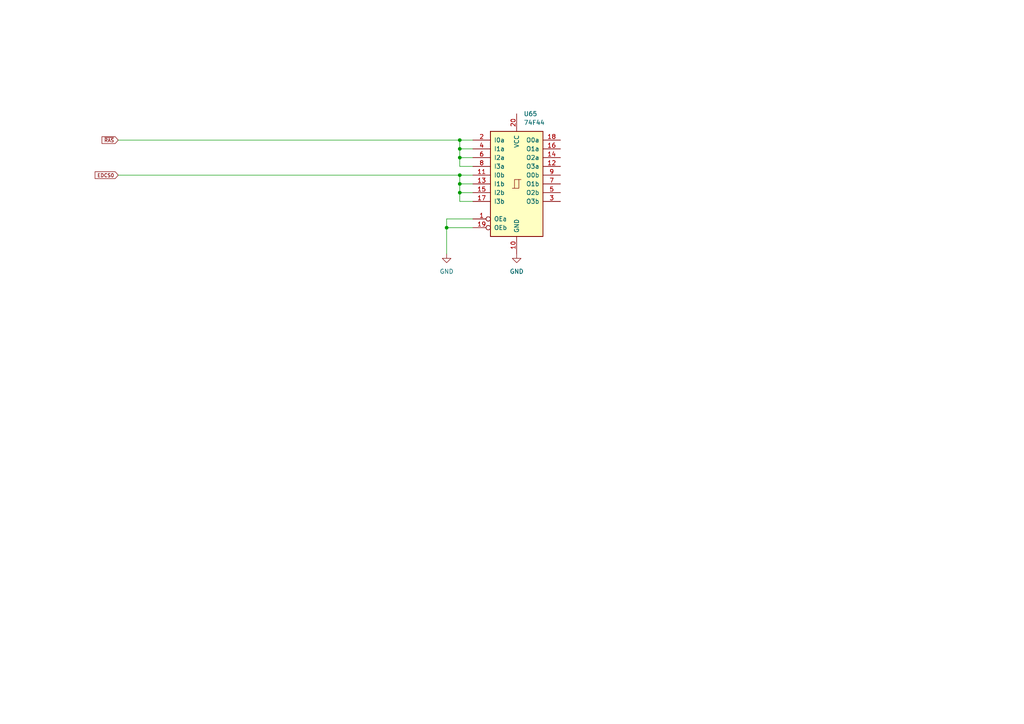
<source format=kicad_sch>
(kicad_sch (version 20211123) (generator eeschema)
  (paper "A4")
  (lib_symbols
    (symbol "74xx:74LS244" (pin_names (offset 1.016))
      (property "Reference" "U" (at -7.62 16.51 0))
      (property "Value" "74LS244" (at -7.62 -16.51 0))
      (symbol "74LS244_1_0"
        (polyline (pts (xy -0.635 -1.27) (xy -0.635 1.27) (xy 0.635 1.27)))
        (polyline (pts (xy -1.27 -1.27) (xy 0.635 -1.27) (xy 0.635 1.27) (xy 1.27 1.27)))
        (pin input inverted (at -12.7 -10.16 0) (length 5.08) (name "OEa") (number "1"))
        (pin power_in line (at 0 -20.32 90) (length 5.08) (name "GND") (number "10"))
        (pin input line (at -12.7 2.54 0) (length 5.08) (name "I0b") (number "11"))
        (pin tri_state line (at 12.7 5.08 180) (length 5.08) (name "O3a") (number "12"))
        (pin input line (at -12.7 0 0) (length 5.08) (name "I1b") (number "13"))
        (pin tri_state line (at 12.7 7.62 180) (length 5.08) (name "O2a") (number "14"))
        (pin input line (at -12.7 -2.54 0) (length 5.08) (name "I2b") (number "15"))
        (pin tri_state line (at 12.7 10.16 180) (length 5.08) (name "O1a") (number "16"))
        (pin input line (at -12.7 -5.08 0) (length 5.08) (name "I3b") (number "17"))
        (pin tri_state line (at 12.7 12.7 180) (length 5.08) (name "O0a") (number "18"))
        (pin input inverted (at -12.7 -12.7 0) (length 5.08) (name "OEb") (number "19"))
        (pin input line (at -12.7 12.7 0) (length 5.08) (name "I0a") (number "2"))
        (pin power_in line (at 0 20.32 270) (length 5.08) (name "VCC") (number "20"))
        (pin tri_state line (at 12.7 -5.08 180) (length 5.08) (name "O3b") (number "3"))
        (pin input line (at -12.7 10.16 0) (length 5.08) (name "I1a") (number "4"))
        (pin tri_state line (at 12.7 -2.54 180) (length 5.08) (name "O2b") (number "5"))
        (pin input line (at -12.7 7.62 0) (length 5.08) (name "I2a") (number "6"))
        (pin tri_state line (at 12.7 0 180) (length 5.08) (name "O1b") (number "7"))
        (pin input line (at -12.7 5.08 0) (length 5.08) (name "I3a") (number "8"))
        (pin tri_state line (at 12.7 2.54 180) (length 5.08) (name "O0b") (number "9"))
      )
      (symbol "74LS244_1_1"
        (rectangle (start -7.62 15.24) (end 7.62 -15.24) (stroke (width 0.254)) (fill (type background)))
      )
    )
    (symbol "power:GND" (power) (pin_names (offset 0))
      (property "Value" "GND" (at 0 -3.81 0))
      (symbol "GND_0_1"
        (polyline (pts (xy 0 0) (xy 0 -1.27) (xy 1.27 -1.27) (xy 0 -2.54) (xy -1.27 -1.27) (xy 0 -1.27)))
      )
      (symbol "GND_1_1"
        (pin power_in line (at 0 0 270) (length 0) hide (name "GND") (number "1"))
      )
    )
  )
  (junction (at 133.35 45.72))
  (junction (at 133.35 50.8))
  (junction (at 133.35 40.64))
  (junction (at 129.54 66.04))
  (junction (at 133.35 53.34))
  (junction (at 133.35 43.18))
  (junction (at 133.35 55.88))
  (wire (pts (xy 133.35 58.42) (xy 137.16 58.42)))
  (wire (pts (xy 133.35 45.72) (xy 133.35 43.18)))
  (wire (pts (xy 137.16 63.5) (xy 129.54 63.5)))
  (wire (pts (xy 34.29 50.8) (xy 133.35 50.8)))
  (wire (pts (xy 133.35 40.64) (xy 137.16 40.64)))
  (wire (pts (xy 129.54 66.04) (xy 129.54 73.66)))
  (wire (pts (xy 133.35 55.88) (xy 133.35 53.34)))
  (wire (pts (xy 133.35 50.8) (xy 133.35 53.34)))
  (wire (pts (xy 34.29 40.64) (xy 133.35 40.64)))
  (wire (pts (xy 137.16 55.88) (xy 133.35 55.88)))
  (wire (pts (xy 133.35 43.18) (xy 137.16 43.18)))
  (wire (pts (xy 129.54 66.04) (xy 137.16 66.04)))
  (wire (pts (xy 133.35 48.26) (xy 133.35 45.72)))
  (wire (pts (xy 137.16 48.26) (xy 133.35 48.26)))
  (wire (pts (xy 133.35 53.34) (xy 137.16 53.34)))
  (wire (pts (xy 133.35 45.72) (xy 137.16 45.72)))
  (wire (pts (xy 129.54 63.5) (xy 129.54 66.04)))
  (wire (pts (xy 133.35 55.88) (xy 133.35 58.42)))
  (wire (pts (xy 137.16 50.8) (xy 133.35 50.8)))
  (wire (pts (xy 133.35 43.18) (xy 133.35 40.64)))
  (global_label "~{RAS}" (shape input) (at 34.29 40.64 180) (effects (font (size 1 1))) (property "Intersheet References" "${INTERSHEET_REFS}" (effects hide)))
  (global_label "EDCS0" (shape input) (at 34.29 50.8 180) (effects (font (size 1 1))) (property "Intersheet References" "${INTERSHEET_REFS}" (effects hide)))
  (symbol (lib_id "power:GND") (at 129.54 73.66 0) (unit 1)
    (property "Reference" "#PWR?" (effects hide))
    (property "Value" "GND" (at 129.54 78.74 0))
  )
  (symbol (lib_id "74xx:74LS244") (at 149.86 53.34 0) (unit 1)
    (property "Reference" "U65" (at 151.8794 33.02 0) (effects (justify left)))
    (property "Value" "74F44" (at 151.8794 35.56 0) (effects (justify left)))
    (property "Datasheet" "http://www.ti.com/lit/ds/symlink/sn74ls244.pdf" (effects hide))
  )
  (symbol (lib_id "power:GND") (at 149.86 73.66 0) (unit 1)
    (property "Reference" "#PWR?" (effects hide))
    (property "Value" "GND" (at 149.86 78.74 0))
  )
)
</source>
